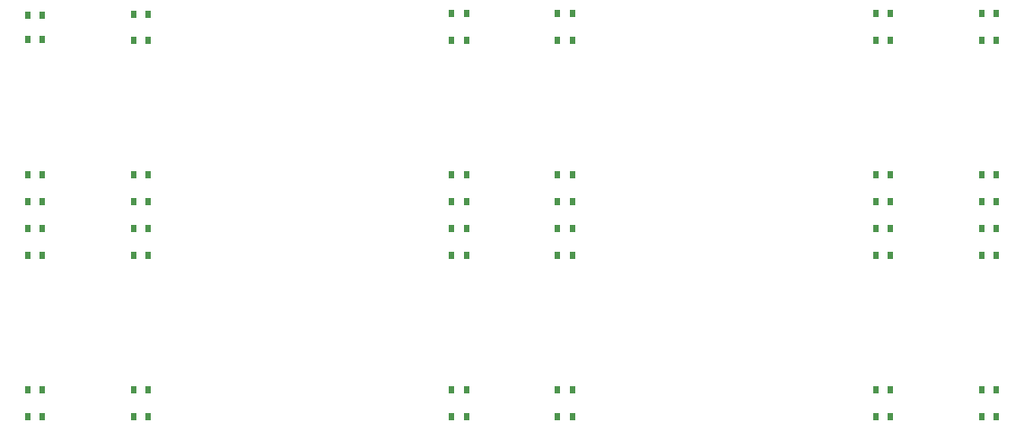
<source format=gbr>
%TF.GenerationSoftware,KiCad,Pcbnew,(5.1.6)-1*%
%TF.CreationDate,2020-07-20T16:14:19+09:00*%
%TF.ProjectId,PWM-LT8500,50574d2d-4c54-4383-9530-302e6b696361,rev?*%
%TF.SameCoordinates,Original*%
%TF.FileFunction,Paste,Bot*%
%TF.FilePolarity,Positive*%
%FSLAX46Y46*%
G04 Gerber Fmt 4.6, Leading zero omitted, Abs format (unit mm)*
G04 Created by KiCad (PCBNEW (5.1.6)-1) date 2020-07-20 16:14:19*
%MOMM*%
%LPD*%
G01*
G04 APERTURE LIST*
%ADD10R,0.600000X0.700000*%
G04 APERTURE END LIST*
D10*
%TO.C,D38*%
X126300000Y-72770000D03*
X127700000Y-72770000D03*
%TD*%
%TO.C,D48*%
X116300000Y-52450000D03*
X117700000Y-52450000D03*
%TD*%
%TO.C,D47*%
X116300000Y-54990000D03*
X117700000Y-54990000D03*
%TD*%
%TO.C,D46*%
X126300000Y-52450000D03*
X127700000Y-52450000D03*
%TD*%
%TO.C,D45*%
X126300000Y-54990000D03*
X127700000Y-54990000D03*
%TD*%
%TO.C,D44*%
X126300000Y-67690000D03*
X127700000Y-67690000D03*
%TD*%
%TO.C,D43*%
X126300000Y-70230000D03*
X127700000Y-70230000D03*
%TD*%
%TO.C,D42*%
X116300000Y-67690000D03*
X117700000Y-67690000D03*
%TD*%
%TO.C,D41*%
X116300000Y-70230000D03*
X117700000Y-70230000D03*
%TD*%
%TO.C,D40*%
X116300000Y-72770000D03*
X117700000Y-72770000D03*
%TD*%
%TO.C,D39*%
X116300000Y-75310000D03*
X117700000Y-75310000D03*
%TD*%
%TO.C,D37*%
X126300000Y-75310000D03*
X127700000Y-75310000D03*
%TD*%
%TO.C,D36*%
X126300000Y-88010000D03*
X127700000Y-88010000D03*
%TD*%
%TO.C,D35*%
X126300000Y-90550000D03*
X127700000Y-90550000D03*
%TD*%
%TO.C,D34*%
X116300000Y-88010000D03*
X117700000Y-88010000D03*
%TD*%
%TO.C,D33*%
X116300000Y-90550000D03*
X117700000Y-90550000D03*
%TD*%
%TO.C,D32*%
X76300000Y-52450000D03*
X77700000Y-52450000D03*
%TD*%
%TO.C,D31*%
X76300000Y-54990000D03*
X77700000Y-54990000D03*
%TD*%
%TO.C,D30*%
X86300000Y-52450000D03*
X87700000Y-52450000D03*
%TD*%
%TO.C,D29*%
X86300000Y-54990000D03*
X87700000Y-54990000D03*
%TD*%
%TO.C,D28*%
X86300000Y-67690000D03*
X87700000Y-67690000D03*
%TD*%
%TO.C,D27*%
X86300000Y-70230000D03*
X87700000Y-70230000D03*
%TD*%
%TO.C,D26*%
X76300000Y-67690000D03*
X77700000Y-67690000D03*
%TD*%
%TO.C,D25*%
X76300000Y-70230000D03*
X77700000Y-70230000D03*
%TD*%
%TO.C,D24*%
X76300000Y-72770000D03*
X77700000Y-72770000D03*
%TD*%
%TO.C,D23*%
X76300000Y-75310000D03*
X77700000Y-75310000D03*
%TD*%
%TO.C,D22*%
X86300000Y-72770000D03*
X87700000Y-72770000D03*
%TD*%
%TO.C,D21*%
X86300000Y-75310000D03*
X87700000Y-75310000D03*
%TD*%
%TO.C,D20*%
X86300000Y-88010000D03*
X87700000Y-88010000D03*
%TD*%
%TO.C,D19*%
X86300000Y-90550000D03*
X87700000Y-90550000D03*
%TD*%
%TO.C,D18*%
X76300000Y-88010000D03*
X77700000Y-88010000D03*
%TD*%
%TO.C,D17*%
X76300000Y-90550000D03*
X77700000Y-90550000D03*
%TD*%
%TO.C,D16*%
X36300000Y-52590000D03*
X37700000Y-52590000D03*
%TD*%
%TO.C,D15*%
X36300000Y-54850000D03*
X37700000Y-54850000D03*
%TD*%
%TO.C,D14*%
X46300000Y-52500000D03*
X47700000Y-52500000D03*
%TD*%
%TO.C,D13*%
X46300000Y-54980000D03*
X47700000Y-54980000D03*
%TD*%
%TO.C,D12*%
X46300000Y-67690000D03*
X47700000Y-67690000D03*
%TD*%
%TO.C,D11*%
X46300000Y-70230000D03*
X47700000Y-70230000D03*
%TD*%
%TO.C,D10*%
X36300000Y-67690000D03*
X37700000Y-67690000D03*
%TD*%
%TO.C,D9*%
X36300000Y-70230000D03*
X37700000Y-70230000D03*
%TD*%
%TO.C,D8*%
X36300000Y-72770000D03*
X37700000Y-72770000D03*
%TD*%
%TO.C,D7*%
X36300000Y-75310000D03*
X37700000Y-75310000D03*
%TD*%
%TO.C,D6*%
X46300000Y-72770000D03*
X47700000Y-72770000D03*
%TD*%
%TO.C,D5*%
X46300000Y-75310000D03*
X47700000Y-75310000D03*
%TD*%
%TO.C,D4*%
X46300000Y-88010000D03*
X47700000Y-88010000D03*
%TD*%
%TO.C,D3*%
X46300000Y-90550000D03*
X47700000Y-90550000D03*
%TD*%
%TO.C,D2*%
X36300000Y-88010000D03*
X37700000Y-88010000D03*
%TD*%
%TO.C,D1*%
X36300000Y-90550000D03*
X37700000Y-90550000D03*
%TD*%
M02*

</source>
